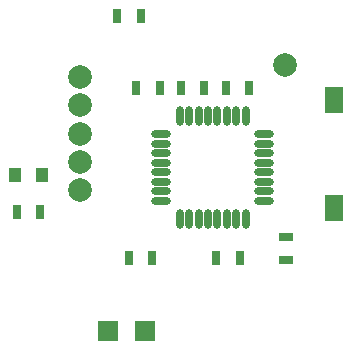
<source format=gbp>
G04 Layer_Color=128*
%FSLAX44Y44*%
%MOMM*%
G71*
G01*
G75*
%ADD11R,1.2700X0.7000*%
%ADD14R,0.7000X1.2700*%
%ADD34C,2.0000*%
%ADD35R,1.1000X1.3000*%
%ADD36O,0.6000X1.7000*%
%ADD37O,1.7000X0.6000*%
%ADD38R,1.6000X2.1800*%
%ADD39R,1.7000X1.8000*%
D11*
X135000Y-70000D02*
D03*
Y-90000D02*
D03*
D14*
X28000Y56000D02*
D03*
X8000D02*
D03*
X-93000Y-49000D02*
D03*
X-73000D02*
D03*
X104000Y56000D02*
D03*
X84000D02*
D03*
X22000Y-88000D02*
D03*
X2000D02*
D03*
X66000Y56000D02*
D03*
X46000D02*
D03*
X76000Y-88000D02*
D03*
X96000D02*
D03*
X-8000Y117000D02*
D03*
X12000D02*
D03*
D34*
X-39001Y41000D02*
D03*
Y65000D02*
D03*
Y17000D02*
D03*
Y-7000D02*
D03*
Y-31000D02*
D03*
X134000Y75000D02*
D03*
D35*
X-94500Y-18000D02*
D03*
X-71500D02*
D03*
D36*
X101000Y-55000D02*
D03*
X93000D02*
D03*
X85000D02*
D03*
X77000D02*
D03*
X69000D02*
D03*
X61000D02*
D03*
X53000D02*
D03*
X45000D02*
D03*
Y32000D02*
D03*
X53000D02*
D03*
X61000D02*
D03*
X69000D02*
D03*
X77000D02*
D03*
X85000D02*
D03*
X93000D02*
D03*
X101000D02*
D03*
D37*
X29500Y-39500D02*
D03*
Y-31500D02*
D03*
Y-23500D02*
D03*
Y-15500D02*
D03*
Y-7500D02*
D03*
Y500D02*
D03*
Y8500D02*
D03*
Y16500D02*
D03*
X116500D02*
D03*
Y8500D02*
D03*
Y500D02*
D03*
Y-7500D02*
D03*
Y-15500D02*
D03*
Y-23500D02*
D03*
Y-31500D02*
D03*
Y-39500D02*
D03*
D38*
X176000Y46000D02*
D03*
Y-46000D02*
D03*
D39*
X-15250Y-150000D02*
D03*
X15250D02*
D03*
M02*

</source>
